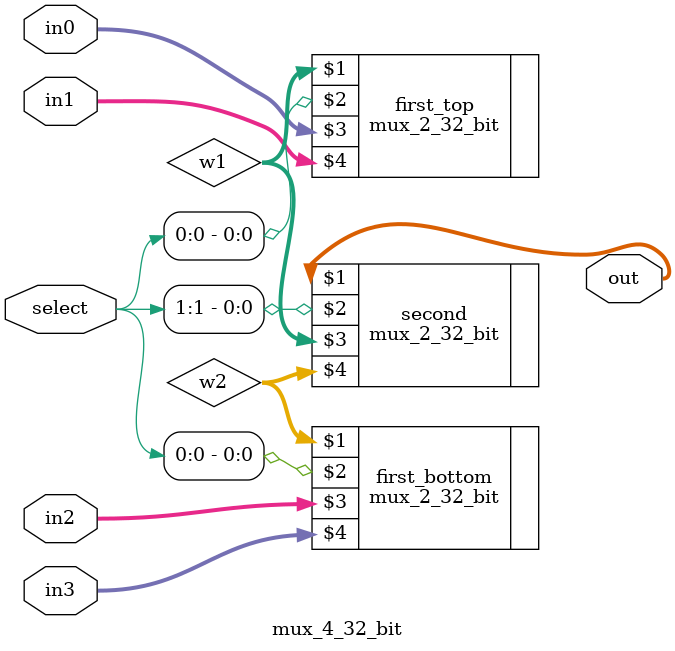
<source format=v>
module mux_4_32_bit(out, select, in0, in1, in2, in3);
	input [1:0] select;
	input [31:0] in0, in1, in2, in3;
	output[31:0] out;
	wire [31:0] w1, w2;

	mux_2_32_bit first_top(w1, select[0], in0, in1);
	mux_2_32_bit first_bottom(w2, select[0], in2, in3);
	mux_2_32_bit second(out, select[1], w1, w2);

endmodule
</source>
